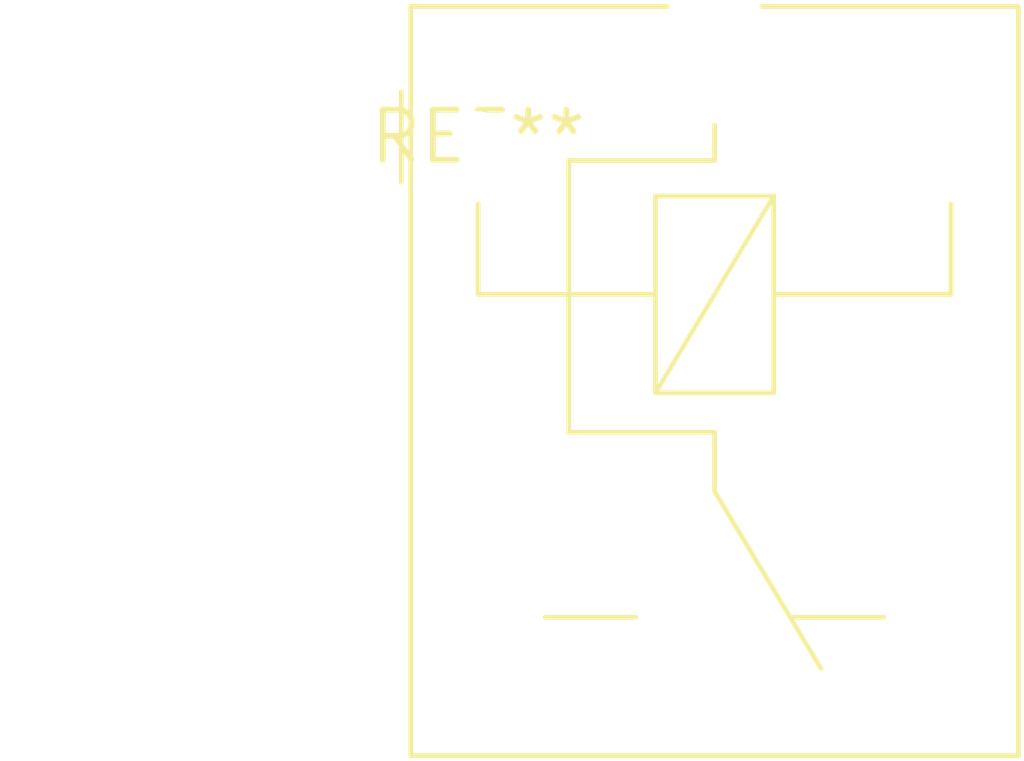
<source format=kicad_pcb>
(kicad_pcb (version 20240108) (generator pcbnew)
  (layers (0 "F.Cu" signal) (31 "B.Cu" signal) (34 "B.Paste" user) (35 "F.Paste" user) (36 "B.SilkS" user "B.Silkscreen") (37 "F.SilkS" user "F.Silkscreen") (38 "B.Mask" user) (39 "F.Mask" user) (44 "Edge.Cuts" user))
  (net 0 "")
  (footprint "Relay_SPDT_Finder_36.11" (layer "F.Cu") (at 0 0)
    (property "Reference" "REF**")
    (property "Value" "Relay_SPDT_Finder_36.11")
    (fp_line (start -1.95 -1.15) (end -1.95 1.15) (layer "F.SilkS") (stroke (width 0.12)))
    (fp_line (start -1.71 15.7) (end -1.71 -3.31) (layer "F.SilkS") (stroke (width 0.12)))
    (fp_line (start 0 1.7) (end 0 4) (layer "F.SilkS") (stroke (width 0.12)))
    (fp_line (start 1.7 12.2) (end 4 12.2) (layer "F.SilkS") (stroke (width 0.12)))
    (fp_line (start 2.3 7.5) (end 2.3 0.6) (layer "F.SilkS") (stroke (width 0.12)))
    (fp_line (start 4.5 1.5) (end 7.5 1.5) (layer "F.SilkS") (stroke (width 0.12)))
    (fp_line (start 4.5 4) (end 0 4) (layer "F.SilkS") (stroke (width 0.12)))
    (fp_line (start 4.5 6.5) (end 4.5 1.5) (layer "F.SilkS") (stroke (width 0.12)))
    (fp_line (start 4.5 6.5) (end 7.5 1.5) (layer "F.SilkS") (stroke (width 0.12)))
    (fp_line (start 4.8 -3.31) (end -1.71 -3.31) (layer "F.SilkS") (stroke (width 0.12)))
    (fp_line (start 6 0.6) (end 2.3 0.6) (layer "F.SilkS") (stroke (width 0.12)))
    (fp_line (start 6 0.6) (end 6 -0.3) (layer "F.SilkS") (stroke (width 0.12)))
    (fp_line (start 6 7.5) (end 2.3 7.5) (layer "F.SilkS") (stroke (width 0.12)))
    (fp_line (start 6 7.5) (end 6 9) (layer "F.SilkS") (stroke (width 0.12)))
    (fp_line (start 6 9) (end 8.7 13.5) (layer "F.SilkS") (stroke (width 0.12)))
    (fp_line (start 7.5 1.5) (end 7.5 6.5) (layer "F.SilkS") (stroke (width 0.12)))
    (fp_line (start 7.5 6.5) (end 4.5 6.5) (layer "F.SilkS") (stroke (width 0.12)))
    (fp_line (start 10.3 12.2) (end 8 12.2) (layer "F.SilkS") (stroke (width 0.12)))
    (fp_line (start 12 4) (end 7.5 4) (layer "F.SilkS") (stroke (width 0.12)))
    (fp_line (start 12 4) (end 12 1.7) (layer "F.SilkS") (stroke (width 0.12)))
    (fp_line (start 13.71 -3.31) (end 7.2 -3.31) (layer "F.SilkS") (stroke (width 0.12)))
    (fp_line (start 13.71 -3.31) (end 13.71 15.71) (layer "F.SilkS") (stroke (width 0.12)))
    (fp_line (start 13.71 15.71) (end -1.71 15.71) (layer "F.SilkS") (stroke (width 0.12)))
    (pad "11" thru_hole circle (at 6 -2) (size 2.4 2.4) (drill 1.3) (layers *.Cu *.Mask) (remove_unused_layers) (clearance 0.2))
    (pad "12" thru_hole circle (at 12 12.2) (size 2.4 2.4) (drill 1.3) (layers *.Cu *.Mask) (remove_unused_layers))
    (pad "14" thru_hole circle (at 0 12.2) (size 2.4 2.4) (drill 1.3) (layers *.Cu *.Mask) (remove_unused_layers))
    (pad "A1" thru_hole roundrect (at 0 0) (size 2.5 2.5) (drill 1.3) (layers *.Cu *.Mask) (remove_unused_layers) (roundrect_rratio 0.1))
    (pad "A2" thru_hole circle (at 12 0) (size 2.4 2.4) (drill 1.3) (layers *.Cu *.Mask) (remove_unused_layers))
  )
)
</source>
